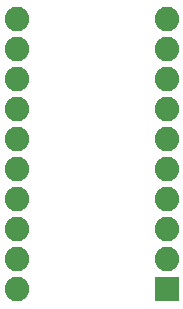
<source format=gbs>
G75*
%MOIN*%
%OFA0B0*%
%FSLAX24Y24*%
%IPPOS*%
%LPD*%
%AMOC8*
5,1,8,0,0,1.08239X$1,22.5*
%
%ADD10R,0.0820X0.0820*%
%ADD11C,0.0820*%
D10*
X005640Y000775D03*
D11*
X000640Y000775D03*
X000640Y001775D03*
X000640Y002775D03*
X000640Y003775D03*
X000640Y004775D03*
X000640Y005775D03*
X000640Y006775D03*
X000640Y007775D03*
X000640Y008775D03*
X000640Y009775D03*
X005640Y009775D03*
X005640Y008775D03*
X005640Y007775D03*
X005640Y006775D03*
X005640Y005775D03*
X005640Y004775D03*
X005640Y003775D03*
X005640Y002775D03*
X005640Y001775D03*
M02*

</source>
